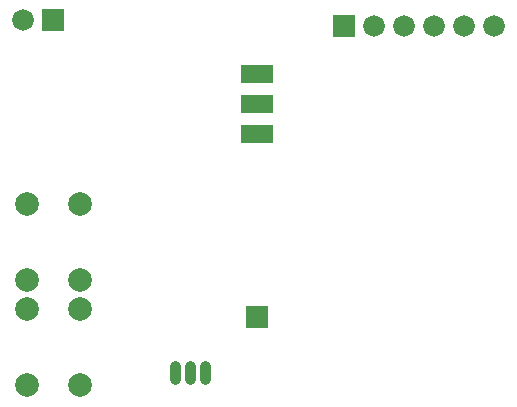
<source format=gbl>
G04 ---------------------------- Layer name :BOTTOM LAYER*
G04 EasyEDA v5.8.20, Mon, 11 Feb 2019 17:59:45 GMT*
G04 65bf9d44a92e4a059924f4159289745f*
G04 Gerber Generator version 0.2*
G04 Scale: 100 percent, Rotated: No, Reflected: No *
G04 Dimensions in inches *
G04 leading zeros omitted , absolute positions ,2 integer and 4 decimal *
%FSLAX24Y24*%
%MOIN*%
G90*
G70D02*

%ADD18C,0.078740*%
%ADD19R,0.107500X0.059700*%
%ADD20R,0.072000X0.072000*%
%ADD21C,0.072000*%
%ADD22C,0.035000*%

%LPD*%
G54D18*
G01X3785Y5220D03*
G01X3785Y7779D03*
G01X2014Y7779D03*
G01X2014Y5220D03*
G01X3785Y1720D03*
G01X3785Y4279D03*
G01X2014Y4279D03*
G01X2014Y1720D03*
G54D19*
G01X9700Y10099D03*
G01X9700Y11099D03*
G01X9700Y12099D03*
G54D20*
G01X2900Y13900D03*
G54D21*
G01X1900Y13900D03*
G01X17600Y13700D03*
G01X16600Y13700D03*
G01X15600Y13700D03*
G01X14600Y13700D03*
G01X13600Y13700D03*
G54D20*
G01X12600Y13700D03*
G01X9700Y4000D03*
G54D22*
G01X7950Y1925D02*
G01X7950Y2375D01*
G01X7450Y1925D02*
G01X7450Y2375D01*
G01X6950Y1925D02*
G01X6950Y2375D01*
M00*
M02*

</source>
